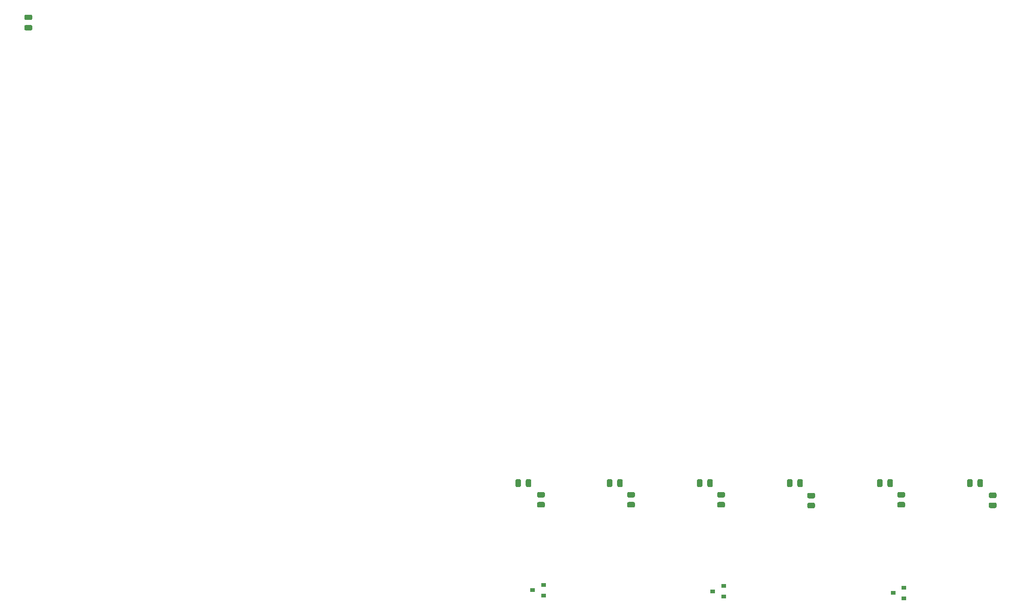
<source format=gbr>
%TF.GenerationSoftware,KiCad,Pcbnew,(5.1.8)-1*%
%TF.CreationDate,2020-12-04T01:07:56+04:00*%
%TF.ProjectId,6dof_controller,36646f66-5f63-46f6-9e74-726f6c6c6572,ver 1.0*%
%TF.SameCoordinates,Original*%
%TF.FileFunction,Paste,Bot*%
%TF.FilePolarity,Positive*%
%FSLAX46Y46*%
G04 Gerber Fmt 4.6, Leading zero omitted, Abs format (unit mm)*
G04 Created by KiCad (PCBNEW (5.1.8)-1) date 2020-12-04 01:07:56*
%MOMM*%
%LPD*%
G01*
G04 APERTURE LIST*
%ADD10R,0.900000X0.800000*%
G04 APERTURE END LIST*
%TO.C,C14*%
G36*
G01*
X200022000Y-126779000D02*
X200022000Y-127729000D01*
G75*
G02*
X199772000Y-127979000I-250000J0D01*
G01*
X199272000Y-127979000D01*
G75*
G02*
X199022000Y-127729000I0J250000D01*
G01*
X199022000Y-126779000D01*
G75*
G02*
X199272000Y-126529000I250000J0D01*
G01*
X199772000Y-126529000D01*
G75*
G02*
X200022000Y-126779000I0J-250000D01*
G01*
G37*
G36*
G01*
X201922000Y-126779000D02*
X201922000Y-127729000D01*
G75*
G02*
X201672000Y-127979000I-250000J0D01*
G01*
X201172000Y-127979000D01*
G75*
G02*
X200922000Y-127729000I0J250000D01*
G01*
X200922000Y-126779000D01*
G75*
G02*
X201172000Y-126529000I250000J0D01*
G01*
X201672000Y-126529000D01*
G75*
G02*
X201922000Y-126779000I0J-250000D01*
G01*
G37*
%TD*%
%TO.C,C12*%
G36*
G01*
X216532000Y-126779000D02*
X216532000Y-127729000D01*
G75*
G02*
X216282000Y-127979000I-250000J0D01*
G01*
X215782000Y-127979000D01*
G75*
G02*
X215532000Y-127729000I0J250000D01*
G01*
X215532000Y-126779000D01*
G75*
G02*
X215782000Y-126529000I250000J0D01*
G01*
X216282000Y-126529000D01*
G75*
G02*
X216532000Y-126779000I0J-250000D01*
G01*
G37*
G36*
G01*
X218432000Y-126779000D02*
X218432000Y-127729000D01*
G75*
G02*
X218182000Y-127979000I-250000J0D01*
G01*
X217682000Y-127979000D01*
G75*
G02*
X217432000Y-127729000I0J250000D01*
G01*
X217432000Y-126779000D01*
G75*
G02*
X217682000Y-126529000I250000J0D01*
G01*
X218182000Y-126529000D01*
G75*
G02*
X218432000Y-126779000I0J-250000D01*
G01*
G37*
%TD*%
%TO.C,C10*%
G36*
G01*
X183512000Y-126779000D02*
X183512000Y-127729000D01*
G75*
G02*
X183262000Y-127979000I-250000J0D01*
G01*
X182762000Y-127979000D01*
G75*
G02*
X182512000Y-127729000I0J250000D01*
G01*
X182512000Y-126779000D01*
G75*
G02*
X182762000Y-126529000I250000J0D01*
G01*
X183262000Y-126529000D01*
G75*
G02*
X183512000Y-126779000I0J-250000D01*
G01*
G37*
G36*
G01*
X185412000Y-126779000D02*
X185412000Y-127729000D01*
G75*
G02*
X185162000Y-127979000I-250000J0D01*
G01*
X184662000Y-127979000D01*
G75*
G02*
X184412000Y-127729000I0J250000D01*
G01*
X184412000Y-126779000D01*
G75*
G02*
X184662000Y-126529000I250000J0D01*
G01*
X185162000Y-126529000D01*
G75*
G02*
X185412000Y-126779000I0J-250000D01*
G01*
G37*
%TD*%
%TO.C,C8*%
G36*
G01*
X150492000Y-126779000D02*
X150492000Y-127729000D01*
G75*
G02*
X150242000Y-127979000I-250000J0D01*
G01*
X149742000Y-127979000D01*
G75*
G02*
X149492000Y-127729000I0J250000D01*
G01*
X149492000Y-126779000D01*
G75*
G02*
X149742000Y-126529000I250000J0D01*
G01*
X150242000Y-126529000D01*
G75*
G02*
X150492000Y-126779000I0J-250000D01*
G01*
G37*
G36*
G01*
X152392000Y-126779000D02*
X152392000Y-127729000D01*
G75*
G02*
X152142000Y-127979000I-250000J0D01*
G01*
X151642000Y-127979000D01*
G75*
G02*
X151392000Y-127729000I0J250000D01*
G01*
X151392000Y-126779000D01*
G75*
G02*
X151642000Y-126529000I250000J0D01*
G01*
X152142000Y-126529000D01*
G75*
G02*
X152392000Y-126779000I0J-250000D01*
G01*
G37*
%TD*%
%TO.C,C6*%
G36*
G01*
X167002000Y-126779000D02*
X167002000Y-127729000D01*
G75*
G02*
X166752000Y-127979000I-250000J0D01*
G01*
X166252000Y-127979000D01*
G75*
G02*
X166002000Y-127729000I0J250000D01*
G01*
X166002000Y-126779000D01*
G75*
G02*
X166252000Y-126529000I250000J0D01*
G01*
X166752000Y-126529000D01*
G75*
G02*
X167002000Y-126779000I0J-250000D01*
G01*
G37*
G36*
G01*
X168902000Y-126779000D02*
X168902000Y-127729000D01*
G75*
G02*
X168652000Y-127979000I-250000J0D01*
G01*
X168152000Y-127979000D01*
G75*
G02*
X167902000Y-127729000I0J250000D01*
G01*
X167902000Y-126779000D01*
G75*
G02*
X168152000Y-126529000I250000J0D01*
G01*
X168652000Y-126529000D01*
G75*
G02*
X168902000Y-126779000I0J-250000D01*
G01*
G37*
%TD*%
%TO.C,C4*%
G36*
G01*
X133728000Y-126779000D02*
X133728000Y-127729000D01*
G75*
G02*
X133478000Y-127979000I-250000J0D01*
G01*
X132978000Y-127979000D01*
G75*
G02*
X132728000Y-127729000I0J250000D01*
G01*
X132728000Y-126779000D01*
G75*
G02*
X132978000Y-126529000I250000J0D01*
G01*
X133478000Y-126529000D01*
G75*
G02*
X133728000Y-126779000I0J-250000D01*
G01*
G37*
G36*
G01*
X135628000Y-126779000D02*
X135628000Y-127729000D01*
G75*
G02*
X135378000Y-127979000I-250000J0D01*
G01*
X134878000Y-127979000D01*
G75*
G02*
X134628000Y-127729000I0J250000D01*
G01*
X134628000Y-126779000D01*
G75*
G02*
X134878000Y-126529000I250000J0D01*
G01*
X135378000Y-126529000D01*
G75*
G02*
X135628000Y-126779000I0J-250000D01*
G01*
G37*
%TD*%
%TO.C,C16*%
G36*
G01*
X42959000Y-43310000D02*
X43909000Y-43310000D01*
G75*
G02*
X44159000Y-43560000I0J-250000D01*
G01*
X44159000Y-44060000D01*
G75*
G02*
X43909000Y-44310000I-250000J0D01*
G01*
X42959000Y-44310000D01*
G75*
G02*
X42709000Y-44060000I0J250000D01*
G01*
X42709000Y-43560000D01*
G75*
G02*
X42959000Y-43310000I250000J0D01*
G01*
G37*
G36*
G01*
X42959000Y-41410000D02*
X43909000Y-41410000D01*
G75*
G02*
X44159000Y-41660000I0J-250000D01*
G01*
X44159000Y-42160000D01*
G75*
G02*
X43909000Y-42410000I-250000J0D01*
G01*
X42959000Y-42410000D01*
G75*
G02*
X42709000Y-42160000I0J250000D01*
G01*
X42709000Y-41660000D01*
G75*
G02*
X42959000Y-41410000I250000J0D01*
G01*
G37*
%TD*%
D10*
%TO.C,\u002AD5*%
X201962000Y-147386000D03*
X203962000Y-148336000D03*
X203962000Y-146436000D03*
%TD*%
%TO.C,\u002AD6*%
X170910000Y-146116000D03*
X170910000Y-148016000D03*
X168910000Y-147066000D03*
%TD*%
%TO.C,\u002AD7*%
X137890000Y-145928000D03*
X137890000Y-147828000D03*
X135890000Y-146878000D03*
%TD*%
%TO.C,\u002AR5*%
G36*
G01*
X220668002Y-131830500D02*
X219767998Y-131830500D01*
G75*
G02*
X219518000Y-131580502I0J249998D01*
G01*
X219518000Y-131055498D01*
G75*
G02*
X219767998Y-130805500I249998J0D01*
G01*
X220668002Y-130805500D01*
G75*
G02*
X220918000Y-131055498I0J-249998D01*
G01*
X220918000Y-131580502D01*
G75*
G02*
X220668002Y-131830500I-249998J0D01*
G01*
G37*
G36*
G01*
X220668002Y-130005500D02*
X219767998Y-130005500D01*
G75*
G02*
X219518000Y-129755502I0J249998D01*
G01*
X219518000Y-129230498D01*
G75*
G02*
X219767998Y-128980500I249998J0D01*
G01*
X220668002Y-128980500D01*
G75*
G02*
X220918000Y-129230498I0J-249998D01*
G01*
X220918000Y-129755502D01*
G75*
G02*
X220668002Y-130005500I-249998J0D01*
G01*
G37*
%TD*%
%TO.C,\u002AR6*%
G36*
G01*
X203904002Y-129902000D02*
X203003998Y-129902000D01*
G75*
G02*
X202754000Y-129652002I0J249998D01*
G01*
X202754000Y-129126998D01*
G75*
G02*
X203003998Y-128877000I249998J0D01*
G01*
X203904002Y-128877000D01*
G75*
G02*
X204154000Y-129126998I0J-249998D01*
G01*
X204154000Y-129652002D01*
G75*
G02*
X203904002Y-129902000I-249998J0D01*
G01*
G37*
G36*
G01*
X203904002Y-131727000D02*
X203003998Y-131727000D01*
G75*
G02*
X202754000Y-131477002I0J249998D01*
G01*
X202754000Y-130951998D01*
G75*
G02*
X203003998Y-130702000I249998J0D01*
G01*
X203904002Y-130702000D01*
G75*
G02*
X204154000Y-130951998I0J-249998D01*
G01*
X204154000Y-131477002D01*
G75*
G02*
X203904002Y-131727000I-249998J0D01*
G01*
G37*
%TD*%
%TO.C,\u002AR7*%
G36*
G01*
X187394002Y-131877500D02*
X186493998Y-131877500D01*
G75*
G02*
X186244000Y-131627502I0J249998D01*
G01*
X186244000Y-131102498D01*
G75*
G02*
X186493998Y-130852500I249998J0D01*
G01*
X187394002Y-130852500D01*
G75*
G02*
X187644000Y-131102498I0J-249998D01*
G01*
X187644000Y-131627502D01*
G75*
G02*
X187394002Y-131877500I-249998J0D01*
G01*
G37*
G36*
G01*
X187394002Y-130052500D02*
X186493998Y-130052500D01*
G75*
G02*
X186244000Y-129802502I0J249998D01*
G01*
X186244000Y-129277498D01*
G75*
G02*
X186493998Y-129027500I249998J0D01*
G01*
X187394002Y-129027500D01*
G75*
G02*
X187644000Y-129277498I0J-249998D01*
G01*
X187644000Y-129802502D01*
G75*
G02*
X187394002Y-130052500I-249998J0D01*
G01*
G37*
%TD*%
%TO.C,\u002AR8*%
G36*
G01*
X170884002Y-129902000D02*
X169983998Y-129902000D01*
G75*
G02*
X169734000Y-129652002I0J249998D01*
G01*
X169734000Y-129126998D01*
G75*
G02*
X169983998Y-128877000I249998J0D01*
G01*
X170884002Y-128877000D01*
G75*
G02*
X171134000Y-129126998I0J-249998D01*
G01*
X171134000Y-129652002D01*
G75*
G02*
X170884002Y-129902000I-249998J0D01*
G01*
G37*
G36*
G01*
X170884002Y-131727000D02*
X169983998Y-131727000D01*
G75*
G02*
X169734000Y-131477002I0J249998D01*
G01*
X169734000Y-130951998D01*
G75*
G02*
X169983998Y-130702000I249998J0D01*
G01*
X170884002Y-130702000D01*
G75*
G02*
X171134000Y-130951998I0J-249998D01*
G01*
X171134000Y-131477002D01*
G75*
G02*
X170884002Y-131727000I-249998J0D01*
G01*
G37*
%TD*%
%TO.C,\u002AR9*%
G36*
G01*
X154374002Y-131727000D02*
X153473998Y-131727000D01*
G75*
G02*
X153224000Y-131477002I0J249998D01*
G01*
X153224000Y-130951998D01*
G75*
G02*
X153473998Y-130702000I249998J0D01*
G01*
X154374002Y-130702000D01*
G75*
G02*
X154624000Y-130951998I0J-249998D01*
G01*
X154624000Y-131477002D01*
G75*
G02*
X154374002Y-131727000I-249998J0D01*
G01*
G37*
G36*
G01*
X154374002Y-129902000D02*
X153473998Y-129902000D01*
G75*
G02*
X153224000Y-129652002I0J249998D01*
G01*
X153224000Y-129126998D01*
G75*
G02*
X153473998Y-128877000I249998J0D01*
G01*
X154374002Y-128877000D01*
G75*
G02*
X154624000Y-129126998I0J-249998D01*
G01*
X154624000Y-129652002D01*
G75*
G02*
X154374002Y-129902000I-249998J0D01*
G01*
G37*
%TD*%
%TO.C,\u002AR10*%
G36*
G01*
X137864002Y-129902000D02*
X136963998Y-129902000D01*
G75*
G02*
X136714000Y-129652002I0J249998D01*
G01*
X136714000Y-129126998D01*
G75*
G02*
X136963998Y-128877000I249998J0D01*
G01*
X137864002Y-128877000D01*
G75*
G02*
X138114000Y-129126998I0J-249998D01*
G01*
X138114000Y-129652002D01*
G75*
G02*
X137864002Y-129902000I-249998J0D01*
G01*
G37*
G36*
G01*
X137864002Y-131727000D02*
X136963998Y-131727000D01*
G75*
G02*
X136714000Y-131477002I0J249998D01*
G01*
X136714000Y-130951998D01*
G75*
G02*
X136963998Y-130702000I249998J0D01*
G01*
X137864002Y-130702000D01*
G75*
G02*
X138114000Y-130951998I0J-249998D01*
G01*
X138114000Y-131477002D01*
G75*
G02*
X137864002Y-131727000I-249998J0D01*
G01*
G37*
%TD*%
M02*

</source>
